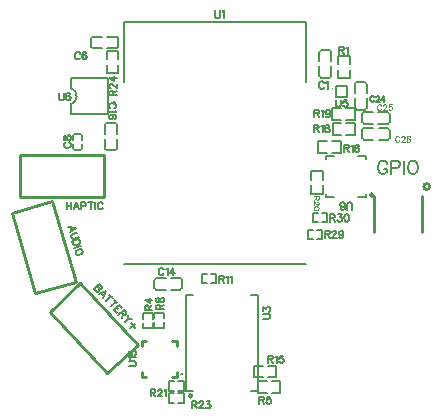
<source format=gto>
G04 Layer: TopSilkscreenLayer*
G04 Panelize: , Column: 1, Row: 1, Board Size: 35.35mm x 33.79mm, Panelized Board Size: 35.35mm x 33.79mm*
G04 EasyEDA v6.5.32, 2023-07-27 20:51:34*
G04 7f8d34143daf4d43a3b22917546c404d,9a4ed40c0dd746429eaf55b84663d2fb,10*
G04 Gerber Generator version 0.2*
G04 Scale: 100 percent, Rotated: No, Reflected: No *
G04 Dimensions in millimeters *
G04 leading zeros omitted , absolute positions ,4 integer and 5 decimal *
%FSLAX45Y45*%
%MOMM*%

%ADD10C,0.1524*%
%ADD11C,0.1270*%
%ADD12C,0.1000*%
%ADD13C,0.0762*%
%ADD14C,0.2540*%
%ADD15C,0.2000*%
%ADD16C,0.1500*%
%ADD17C,0.1999*%
%ADD18C,0.2500*%
%ADD19C,0.2500*%
%ADD20C,0.0139*%

%LPD*%
D10*
X110487Y529729D02*
G01*
X110487Y469023D01*
X110487Y529729D02*
G01*
X136395Y529729D01*
X145031Y526935D01*
X148079Y523887D01*
X150873Y518299D01*
X150873Y512457D01*
X148079Y506615D01*
X145031Y503821D01*
X136395Y500773D01*
X110487Y500773D01*
X130553Y500773D02*
G01*
X150873Y469023D01*
X169923Y518299D02*
G01*
X175765Y521093D01*
X184401Y529729D01*
X184401Y469023D01*
X217929Y529729D02*
G01*
X209039Y526935D01*
X206245Y521093D01*
X206245Y515251D01*
X209039Y509409D01*
X214881Y506615D01*
X226565Y503821D01*
X235201Y500773D01*
X240789Y495185D01*
X243837Y489343D01*
X243837Y480707D01*
X240789Y474865D01*
X237995Y472071D01*
X229359Y469023D01*
X217929Y469023D01*
X209039Y472071D01*
X206245Y474865D01*
X203451Y480707D01*
X203451Y489343D01*
X206245Y495185D01*
X212087Y500773D01*
X220723Y503821D01*
X232153Y506615D01*
X237995Y509409D01*
X240789Y515251D01*
X240789Y521093D01*
X237995Y526935D01*
X229359Y529729D01*
X217929Y529729D01*
X730755Y199021D02*
G01*
X725421Y209435D01*
X715007Y219849D01*
X704847Y225183D01*
X684019Y225183D01*
X673605Y219849D01*
X663191Y209435D01*
X657857Y199021D01*
X652777Y183527D01*
X652777Y157619D01*
X657857Y141871D01*
X663191Y131457D01*
X673605Y121043D01*
X684019Y115963D01*
X704847Y115963D01*
X715007Y121043D01*
X725421Y131457D01*
X730755Y141871D01*
X730755Y157619D01*
X704847Y157619D02*
G01*
X730755Y157619D01*
X765045Y225183D02*
G01*
X765045Y115963D01*
X765045Y225183D02*
G01*
X811781Y225183D01*
X827275Y219849D01*
X832609Y214769D01*
X837689Y204355D01*
X837689Y188607D01*
X832609Y178193D01*
X827275Y173113D01*
X811781Y168033D01*
X765045Y168033D01*
X871979Y225183D02*
G01*
X871979Y115963D01*
X937511Y225183D02*
G01*
X927097Y219849D01*
X916683Y209435D01*
X911603Y199021D01*
X906269Y183527D01*
X906269Y157619D01*
X911603Y141871D01*
X916683Y131457D01*
X927097Y121043D01*
X937511Y115963D01*
X958339Y115963D01*
X968753Y121043D01*
X979167Y131457D01*
X984247Y141871D01*
X989327Y157619D01*
X989327Y183527D01*
X984247Y199021D01*
X979167Y209435D01*
X968753Y219849D01*
X958339Y225183D01*
X937511Y225183D01*
X-1706151Y-816904D02*
G01*
X-1750550Y-858304D01*
X-1706151Y-816904D02*
G01*
X-1688482Y-835850D01*
X-1684637Y-844072D01*
X-1684959Y-848194D01*
X-1687154Y-854407D01*
X-1691241Y-858220D01*
X-1697591Y-859975D01*
X-1701540Y-859835D01*
X-1709658Y-855598D01*
X-1727329Y-836650D02*
G01*
X-1709658Y-855598D01*
X-1705813Y-863820D01*
X-1705950Y-867770D01*
X-1708144Y-873983D01*
X-1714461Y-879873D01*
X-1720811Y-881628D01*
X-1724761Y-881489D01*
X-1732879Y-877252D01*
X-1750550Y-858304D01*
X-1649851Y-877277D02*
G01*
X-1710014Y-901773D01*
X-1649851Y-877277D02*
G01*
X-1678487Y-935583D01*
X-1689262Y-894232D02*
G01*
X-1669689Y-915222D01*
X-1607411Y-922789D02*
G01*
X-1651810Y-964191D01*
X-1621096Y-908113D02*
G01*
X-1593552Y-937651D01*
X-1566877Y-966256D02*
G01*
X-1611274Y-1007658D01*
X-1580560Y-951583D02*
G01*
X-1553019Y-981118D01*
X-1540027Y-995050D02*
G01*
X-1584424Y-1036452D01*
X-1540027Y-995050D02*
G01*
X-1514561Y-1022357D01*
X-1561203Y-1014798D02*
G01*
X-1545440Y-1031704D01*
X-1584424Y-1036452D02*
G01*
X-1558960Y-1063759D01*
X-1501569Y-1036289D02*
G01*
X-1545968Y-1077691D01*
X-1501569Y-1036289D02*
G01*
X-1483728Y-1055423D01*
X-1479880Y-1063645D01*
X-1480205Y-1067767D01*
X-1482399Y-1073980D01*
X-1486486Y-1077793D01*
X-1492836Y-1079548D01*
X-1496786Y-1079408D01*
X-1504904Y-1075171D01*
X-1522747Y-1056038D01*
X-1508889Y-1070899D02*
G01*
X-1518251Y-1107414D01*
X-1460860Y-1079944D02*
G01*
X-1466448Y-1116411D01*
X-1489669Y-1138064D01*
X-1429506Y-1113569D02*
G01*
X-1466448Y-1116411D01*
X-1404988Y-1152525D02*
G01*
X-1443070Y-1188036D01*
X-1441780Y-1151059D02*
G01*
X-1406268Y-1189141D01*
X-1983600Y-124965D02*
G01*
X-1983600Y-185671D01*
X-1943214Y-124965D02*
G01*
X-1943214Y-185671D01*
X-1983600Y-153921D02*
G01*
X-1943214Y-153921D01*
X-1901050Y-124965D02*
G01*
X-1924164Y-185671D01*
X-1901050Y-124965D02*
G01*
X-1877936Y-185671D01*
X-1915528Y-165351D02*
G01*
X-1886572Y-165351D01*
X-1858886Y-124965D02*
G01*
X-1858886Y-185671D01*
X-1858886Y-124965D02*
G01*
X-1832978Y-124965D01*
X-1824342Y-127759D01*
X-1821548Y-130807D01*
X-1818500Y-136395D01*
X-1818500Y-145031D01*
X-1821548Y-150873D01*
X-1824342Y-153921D01*
X-1832978Y-156715D01*
X-1858886Y-156715D01*
X-1779384Y-124965D02*
G01*
X-1779384Y-185671D01*
X-1799450Y-124965D02*
G01*
X-1759064Y-124965D01*
X-1740014Y-124965D02*
G01*
X-1740014Y-185671D01*
X-1677784Y-139443D02*
G01*
X-1680578Y-133601D01*
X-1686420Y-127759D01*
X-1692262Y-124965D01*
X-1703692Y-124965D01*
X-1709534Y-127759D01*
X-1715122Y-133601D01*
X-1718170Y-139443D01*
X-1720964Y-148079D01*
X-1720964Y-162557D01*
X-1718170Y-171193D01*
X-1715122Y-176781D01*
X-1709534Y-182623D01*
X-1703692Y-185671D01*
X-1692262Y-185671D01*
X-1686420Y-182623D01*
X-1680578Y-176781D01*
X-1677784Y-171193D01*
D11*
X-1869589Y1131354D02*
G01*
X-1872383Y1137196D01*
X-1878225Y1143038D01*
X-1884067Y1145832D01*
X-1895497Y1145832D01*
X-1901339Y1143038D01*
X-1906927Y1137196D01*
X-1909975Y1131354D01*
X-1912769Y1122718D01*
X-1912769Y1108240D01*
X-1909975Y1099604D01*
X-1906927Y1093762D01*
X-1901339Y1088174D01*
X-1895497Y1085126D01*
X-1884067Y1085126D01*
X-1878225Y1088174D01*
X-1872383Y1093762D01*
X-1869589Y1099604D01*
X-1815741Y1137196D02*
G01*
X-1818789Y1143038D01*
X-1827425Y1145832D01*
X-1833267Y1145832D01*
X-1841903Y1143038D01*
X-1847491Y1134402D01*
X-1850539Y1119924D01*
X-1850539Y1105446D01*
X-1847491Y1093762D01*
X-1841903Y1088174D01*
X-1833267Y1085126D01*
X-1830219Y1085126D01*
X-1821583Y1088174D01*
X-1815741Y1093762D01*
X-1812947Y1102652D01*
X-1812947Y1105446D01*
X-1815741Y1114082D01*
X-1821583Y1119924D01*
X-1830219Y1122718D01*
X-1833267Y1122718D01*
X-1841903Y1119924D01*
X-1847491Y1114082D01*
X-1850539Y1105446D01*
D10*
X-1904245Y-342336D02*
G01*
X-1968972Y-336849D01*
X-1904245Y-342336D02*
G01*
X-1956229Y-381287D01*
X-1947057Y-339549D02*
G01*
X-1939076Y-367385D01*
X-1892625Y-382866D02*
G01*
X-1934375Y-394837D01*
X-1941906Y-399905D01*
X-1945911Y-407131D01*
X-1946216Y-416201D01*
X-1944606Y-421817D01*
X-1939541Y-429348D01*
X-1932315Y-433354D01*
X-1923242Y-433659D01*
X-1881492Y-421688D01*
X-1876242Y-439999D02*
G01*
X-1934596Y-456732D01*
X-1876242Y-439999D02*
G01*
X-1870641Y-459531D01*
X-1871190Y-468673D01*
X-1874951Y-475830D01*
X-1879795Y-480126D01*
X-1887326Y-485193D01*
X-1901245Y-489183D01*
X-1910316Y-488878D01*
X-1916701Y-487801D01*
X-1923928Y-483796D01*
X-1928995Y-476265D01*
X-1934596Y-456732D01*
X-1859859Y-497133D02*
G01*
X-1918213Y-513867D01*
X-1849846Y-532048D02*
G01*
X-1854316Y-527517D01*
X-1861299Y-523440D01*
X-1867684Y-522366D01*
X-1876826Y-521817D01*
X-1890742Y-525807D01*
X-1898205Y-531116D01*
X-1903049Y-535414D01*
X-1907054Y-542640D01*
X-1908200Y-548782D01*
X-1904979Y-560011D01*
X-1900684Y-564857D01*
X-1893529Y-568619D01*
X-1887072Y-569937D01*
X-1877999Y-570245D01*
X-1864083Y-566254D01*
X-1856552Y-561187D01*
X-1851776Y-556646D01*
X-1847946Y-549734D01*
X-1846625Y-543280D01*
X-1849846Y-532048D01*
X115059Y655205D02*
G01*
X115059Y594499D01*
X115059Y655205D02*
G01*
X140967Y655205D01*
X149603Y652411D01*
X152651Y649363D01*
X155445Y643775D01*
X155445Y637933D01*
X152651Y632091D01*
X149603Y629297D01*
X140967Y626249D01*
X115059Y626249D01*
X135125Y626249D02*
G01*
X155445Y594499D01*
X174495Y643775D02*
G01*
X180337Y646569D01*
X188973Y655205D01*
X188973Y594499D01*
X245361Y634885D02*
G01*
X242567Y626249D01*
X236725Y620661D01*
X228089Y617613D01*
X225295Y617613D01*
X216659Y620661D01*
X210817Y626249D01*
X208023Y634885D01*
X208023Y637933D01*
X210817Y646569D01*
X216659Y652411D01*
X225295Y655205D01*
X228089Y655205D01*
X236725Y652411D01*
X242567Y646569D01*
X245361Y634885D01*
X245361Y620661D01*
X242567Y606183D01*
X236725Y597547D01*
X228089Y594499D01*
X222501Y594499D01*
X213611Y597547D01*
X210817Y603135D01*
X297456Y743826D02*
G01*
X297456Y700646D01*
X300250Y692010D01*
X306092Y686168D01*
X314728Y683120D01*
X320570Y683120D01*
X329206Y686168D01*
X334794Y692010D01*
X337842Y700646D01*
X337842Y743826D01*
X391436Y743826D02*
G01*
X362734Y743826D01*
X359686Y717918D01*
X362734Y720712D01*
X371370Y723760D01*
X380006Y723760D01*
X388642Y720712D01*
X394484Y714870D01*
X397278Y706234D01*
X397278Y700646D01*
X394484Y692010D01*
X388642Y686168D01*
X380006Y683120D01*
X371370Y683120D01*
X362734Y686168D01*
X359686Y688962D01*
X356892Y694804D01*
X-729256Y1500512D02*
G01*
X-729256Y1452760D01*
X-726208Y1443108D01*
X-719858Y1436758D01*
X-710206Y1433710D01*
X-703856Y1433710D01*
X-694204Y1436758D01*
X-687854Y1443108D01*
X-684806Y1452760D01*
X-684806Y1500512D01*
X-663724Y1487812D02*
G01*
X-657374Y1490860D01*
X-647976Y1500512D01*
X-647976Y1433710D01*
X433082Y-187881D02*
G01*
X433082Y-144447D01*
X430288Y-135811D01*
X424446Y-130223D01*
X415810Y-127175D01*
X409968Y-127175D01*
X401332Y-130223D01*
X395490Y-135811D01*
X392696Y-144447D01*
X392696Y-187881D01*
X359168Y-187881D02*
G01*
X367804Y-185087D01*
X370852Y-179245D01*
X370852Y-173403D01*
X367804Y-167561D01*
X362216Y-164767D01*
X350532Y-161973D01*
X341896Y-158925D01*
X336054Y-153337D01*
X333260Y-147495D01*
X333260Y-138859D01*
X336054Y-133017D01*
X339102Y-130223D01*
X347738Y-127175D01*
X359168Y-127175D01*
X367804Y-130223D01*
X370852Y-133017D01*
X373646Y-138859D01*
X373646Y-147495D01*
X370852Y-153337D01*
X365010Y-158925D01*
X356374Y-161973D01*
X344690Y-164767D01*
X339102Y-167561D01*
X336054Y-173403D01*
X336054Y-179245D01*
X339102Y-185087D01*
X347738Y-187881D01*
X359168Y-187881D01*
D11*
X-319229Y-1110830D02*
G01*
X-275795Y-1110830D01*
X-267159Y-1108036D01*
X-261317Y-1102194D01*
X-258523Y-1093558D01*
X-258523Y-1087716D01*
X-261317Y-1079080D01*
X-267159Y-1073492D01*
X-275795Y-1070444D01*
X-319229Y-1070444D01*
X-319229Y-1045806D02*
G01*
X-319229Y-1014056D01*
X-296115Y-1031328D01*
X-296115Y-1022692D01*
X-293067Y-1016850D01*
X-290273Y-1014056D01*
X-281637Y-1011008D01*
X-275795Y-1011008D01*
X-267159Y-1014056D01*
X-261317Y-1019644D01*
X-258523Y-1028280D01*
X-258523Y-1036916D01*
X-261317Y-1045806D01*
X-264365Y-1048600D01*
X-269953Y-1051394D01*
X-352808Y-1771256D02*
G01*
X-352808Y-1831962D01*
X-352808Y-1771256D02*
G01*
X-326900Y-1771256D01*
X-318264Y-1774050D01*
X-315216Y-1777098D01*
X-312422Y-1782686D01*
X-312422Y-1788528D01*
X-315216Y-1794370D01*
X-318264Y-1797164D01*
X-326900Y-1800212D01*
X-352808Y-1800212D01*
X-332742Y-1800212D02*
G01*
X-312422Y-1831962D01*
X-258828Y-1771256D02*
G01*
X-287530Y-1771256D01*
X-290578Y-1797164D01*
X-287530Y-1794370D01*
X-278894Y-1791576D01*
X-270258Y-1791576D01*
X-261622Y-1794370D01*
X-255780Y-1800212D01*
X-252986Y-1808848D01*
X-252986Y-1814436D01*
X-255780Y-1823326D01*
X-261622Y-1828914D01*
X-270258Y-1831962D01*
X-278894Y-1831962D01*
X-287530Y-1828914D01*
X-290578Y-1826120D01*
X-293372Y-1820278D01*
X-279656Y-1424292D02*
G01*
X-279656Y-1484998D01*
X-279656Y-1424292D02*
G01*
X-253748Y-1424292D01*
X-245112Y-1427086D01*
X-242064Y-1430134D01*
X-239270Y-1435722D01*
X-239270Y-1441564D01*
X-242064Y-1447406D01*
X-245112Y-1450200D01*
X-253748Y-1453248D01*
X-279656Y-1453248D01*
X-259590Y-1453248D02*
G01*
X-239270Y-1484998D01*
X-220220Y-1435722D02*
G01*
X-214378Y-1432928D01*
X-205742Y-1424292D01*
X-205742Y-1484998D01*
X-152148Y-1424292D02*
G01*
X-181104Y-1424292D01*
X-183898Y-1450200D01*
X-181104Y-1447406D01*
X-172214Y-1444612D01*
X-163578Y-1444612D01*
X-154942Y-1447406D01*
X-149354Y-1453248D01*
X-146306Y-1461884D01*
X-146306Y-1467472D01*
X-149354Y-1476362D01*
X-154942Y-1481950D01*
X-163578Y-1484998D01*
X-172214Y-1484998D01*
X-181104Y-1481950D01*
X-183898Y-1479156D01*
X-186692Y-1473314D01*
X322323Y1191907D02*
G01*
X322323Y1131201D01*
X322323Y1191907D02*
G01*
X348231Y1191907D01*
X356867Y1189113D01*
X359915Y1186065D01*
X362709Y1180477D01*
X362709Y1174635D01*
X359915Y1168793D01*
X356867Y1165999D01*
X348231Y1162951D01*
X322323Y1162951D01*
X342389Y1162951D02*
G01*
X362709Y1131201D01*
X381759Y1180477D02*
G01*
X387601Y1183271D01*
X396237Y1191907D01*
X396237Y1131201D01*
X-1318770Y-1037343D02*
G01*
X-1258064Y-1037343D01*
X-1318770Y-1037343D02*
G01*
X-1318770Y-1011435D01*
X-1315976Y-1002799D01*
X-1312928Y-999751D01*
X-1307340Y-996957D01*
X-1301498Y-996957D01*
X-1295656Y-999751D01*
X-1292862Y-1002799D01*
X-1289814Y-1011435D01*
X-1289814Y-1037343D01*
X-1289814Y-1017277D02*
G01*
X-1258064Y-996957D01*
X-1318770Y-948951D02*
G01*
X-1278384Y-977907D01*
X-1278384Y-934727D01*
X-1318770Y-948951D02*
G01*
X-1258064Y-948951D01*
X-1223149Y-1033294D02*
G01*
X-1162443Y-1033294D01*
X-1223149Y-1033294D02*
G01*
X-1223149Y-1007386D01*
X-1220101Y-998750D01*
X-1217307Y-995956D01*
X-1211465Y-992908D01*
X-1205623Y-992908D01*
X-1200035Y-995956D01*
X-1196987Y-998750D01*
X-1194193Y-1007386D01*
X-1194193Y-1033294D01*
X-1194193Y-1013228D02*
G01*
X-1162443Y-992908D01*
X-1223149Y-959380D02*
G01*
X-1220101Y-968270D01*
X-1214513Y-971064D01*
X-1208671Y-971064D01*
X-1202829Y-968270D01*
X-1200035Y-962428D01*
X-1196987Y-950744D01*
X-1194193Y-942108D01*
X-1188351Y-936520D01*
X-1182763Y-933472D01*
X-1173873Y-933472D01*
X-1168285Y-936520D01*
X-1165237Y-939314D01*
X-1162443Y-947950D01*
X-1162443Y-959380D01*
X-1165237Y-968270D01*
X-1168285Y-971064D01*
X-1173873Y-973858D01*
X-1182763Y-973858D01*
X-1188351Y-971064D01*
X-1194193Y-965222D01*
X-1196987Y-956586D01*
X-1200035Y-945156D01*
X-1202829Y-939314D01*
X-1208671Y-936520D01*
X-1214513Y-936520D01*
X-1220101Y-939314D01*
X-1223149Y-947950D01*
X-1223149Y-959380D01*
X-691695Y-747712D02*
G01*
X-691695Y-808418D01*
X-691695Y-747712D02*
G01*
X-665787Y-747712D01*
X-657151Y-750506D01*
X-654103Y-753554D01*
X-651309Y-759142D01*
X-651309Y-764984D01*
X-654103Y-770826D01*
X-657151Y-773620D01*
X-665787Y-776668D01*
X-691695Y-776668D01*
X-671629Y-776668D02*
G01*
X-651309Y-808418D01*
X-632259Y-759142D02*
G01*
X-626417Y-756348D01*
X-617781Y-747712D01*
X-617781Y-808418D01*
X-598731Y-759142D02*
G01*
X-593143Y-756348D01*
X-584253Y-747712D01*
X-584253Y-808418D01*
X-1272120Y-1708045D02*
G01*
X-1272120Y-1768751D01*
X-1272120Y-1708045D02*
G01*
X-1246212Y-1708045D01*
X-1237576Y-1711093D01*
X-1234782Y-1713887D01*
X-1231734Y-1719729D01*
X-1231734Y-1725571D01*
X-1234782Y-1731159D01*
X-1237576Y-1734207D01*
X-1246212Y-1737001D01*
X-1272120Y-1737001D01*
X-1252054Y-1737001D02*
G01*
X-1231734Y-1768751D01*
X-1209890Y-1722523D02*
G01*
X-1209890Y-1719729D01*
X-1207096Y-1713887D01*
X-1204048Y-1711093D01*
X-1198206Y-1708045D01*
X-1186776Y-1708045D01*
X-1180934Y-1711093D01*
X-1178140Y-1713887D01*
X-1175346Y-1719729D01*
X-1175346Y-1725571D01*
X-1178140Y-1731159D01*
X-1183982Y-1739795D01*
X-1212684Y-1768751D01*
X-1172298Y-1768751D01*
X-1153248Y-1719729D02*
G01*
X-1147406Y-1716681D01*
X-1138770Y-1708045D01*
X-1138770Y-1768751D01*
X-922312Y-1809061D02*
G01*
X-922312Y-1869513D01*
X-922312Y-1809061D02*
G01*
X-896150Y-1809061D01*
X-887514Y-1811855D01*
X-884720Y-1814649D01*
X-881926Y-1820491D01*
X-881926Y-1826333D01*
X-884720Y-1832175D01*
X-887514Y-1834969D01*
X-896150Y-1837763D01*
X-922312Y-1837763D01*
X-901992Y-1837763D02*
G01*
X-881926Y-1869513D01*
X-859828Y-1823285D02*
G01*
X-859828Y-1820491D01*
X-857034Y-1814649D01*
X-853986Y-1811855D01*
X-848398Y-1809061D01*
X-836714Y-1809061D01*
X-831126Y-1811855D01*
X-828078Y-1814649D01*
X-825284Y-1820491D01*
X-825284Y-1826333D01*
X-828078Y-1832175D01*
X-833920Y-1840811D01*
X-862876Y-1869513D01*
X-822236Y-1869513D01*
X-797598Y-1809061D02*
G01*
X-765848Y-1809061D01*
X-783120Y-1832175D01*
X-774484Y-1832175D01*
X-768642Y-1834969D01*
X-765848Y-1837763D01*
X-762800Y-1846399D01*
X-762800Y-1852241D01*
X-765848Y-1860877D01*
X-771436Y-1866719D01*
X-780326Y-1869513D01*
X-788962Y-1869513D01*
X-797598Y-1866719D01*
X-800392Y-1863925D01*
X-803186Y-1858083D01*
X202689Y-366382D02*
G01*
X202689Y-427088D01*
X202689Y-366382D02*
G01*
X228597Y-366382D01*
X237233Y-369176D01*
X240281Y-372224D01*
X243075Y-377812D01*
X243075Y-383654D01*
X240281Y-389496D01*
X237233Y-392290D01*
X228597Y-395338D01*
X202689Y-395338D01*
X222755Y-395338D02*
G01*
X243075Y-427088D01*
X264919Y-380860D02*
G01*
X264919Y-377812D01*
X267967Y-372224D01*
X270761Y-369176D01*
X276603Y-366382D01*
X288033Y-366382D01*
X293875Y-369176D01*
X296669Y-372224D01*
X299717Y-377812D01*
X299717Y-383654D01*
X296669Y-389496D01*
X291081Y-398132D01*
X262125Y-427088D01*
X302511Y-427088D01*
X359153Y-386702D02*
G01*
X356105Y-395338D01*
X350517Y-400926D01*
X341881Y-403974D01*
X338833Y-403974D01*
X330197Y-400926D01*
X324355Y-395338D01*
X321561Y-386702D01*
X321561Y-383654D01*
X324355Y-375018D01*
X330197Y-369176D01*
X338833Y-366382D01*
X341881Y-366382D01*
X350517Y-369176D01*
X356105Y-375018D01*
X359153Y-386702D01*
X359153Y-400926D01*
X356105Y-415404D01*
X350517Y-424040D01*
X341881Y-427088D01*
X336039Y-427088D01*
X327403Y-424040D01*
X324355Y-418452D01*
X248665Y-228345D02*
G01*
X248665Y-289052D01*
X248665Y-228345D02*
G01*
X274574Y-228345D01*
X283210Y-231139D01*
X286258Y-234187D01*
X289052Y-239776D01*
X289052Y-245618D01*
X286258Y-251460D01*
X283210Y-254253D01*
X274574Y-257302D01*
X248665Y-257302D01*
X268731Y-257302D02*
G01*
X289052Y-289052D01*
X313944Y-228345D02*
G01*
X345694Y-228345D01*
X328168Y-251460D01*
X337058Y-251460D01*
X342646Y-254253D01*
X345694Y-257302D01*
X348488Y-265937D01*
X348488Y-271526D01*
X345694Y-280415D01*
X339852Y-286003D01*
X331215Y-289052D01*
X322580Y-289052D01*
X313944Y-286003D01*
X310896Y-283210D01*
X308102Y-277368D01*
X384810Y-228345D02*
G01*
X376174Y-231139D01*
X370331Y-239776D01*
X367538Y-254253D01*
X367538Y-262889D01*
X370331Y-277368D01*
X376174Y-286003D01*
X384810Y-289052D01*
X390652Y-289052D01*
X399288Y-286003D01*
X405130Y-277368D01*
X407924Y-262889D01*
X407924Y-254253D01*
X405130Y-239776D01*
X399288Y-231139D01*
X390652Y-228345D01*
X384810Y-228345D01*
D12*
X833117Y423049D02*
G01*
X830831Y427367D01*
X826259Y431939D01*
X821687Y434225D01*
X812543Y434225D01*
X808225Y431939D01*
X803653Y427367D01*
X801367Y423049D01*
X799081Y416194D01*
X799081Y404761D01*
X801367Y397903D01*
X803653Y393331D01*
X808225Y388759D01*
X812543Y386473D01*
X821687Y386473D01*
X826259Y388759D01*
X830831Y393331D01*
X833117Y397903D01*
X850389Y423049D02*
G01*
X850389Y425335D01*
X852672Y429653D01*
X854961Y431939D01*
X859533Y434225D01*
X868674Y434225D01*
X872995Y431939D01*
X875281Y429653D01*
X877567Y425335D01*
X877567Y420761D01*
X875281Y416191D01*
X870963Y409333D01*
X848103Y386473D01*
X879853Y386473D01*
X922271Y427367D02*
G01*
X919985Y431939D01*
X913127Y434225D01*
X908555Y434225D01*
X901697Y431939D01*
X897125Y425335D01*
X894839Y413905D01*
X894839Y402475D01*
X897125Y393331D01*
X901697Y388759D01*
X908555Y386473D01*
X910841Y386473D01*
X917699Y388757D01*
X922271Y393331D01*
X924557Y400189D01*
X924557Y402475D01*
X922271Y409333D01*
X917699Y413905D01*
X910841Y416194D01*
X908555Y416191D01*
X901697Y413905D01*
X897125Y409333D01*
X894839Y402475D01*
D11*
X364995Y361581D02*
G01*
X364995Y300875D01*
X364995Y361581D02*
G01*
X390903Y361581D01*
X399539Y358787D01*
X402587Y355739D01*
X405381Y350151D01*
X405381Y344309D01*
X402587Y338467D01*
X399539Y335673D01*
X390903Y332625D01*
X364995Y332625D01*
X385061Y332625D02*
G01*
X405381Y300875D01*
X424431Y350151D02*
G01*
X430273Y352945D01*
X438909Y361581D01*
X438909Y300875D01*
X492503Y352945D02*
G01*
X489709Y358787D01*
X481073Y361581D01*
X475231Y361581D01*
X466595Y358787D01*
X460753Y350151D01*
X457959Y335673D01*
X457959Y321195D01*
X460753Y309511D01*
X466595Y303923D01*
X475231Y300875D01*
X478025Y300875D01*
X486661Y303923D01*
X492503Y309511D01*
X495297Y318401D01*
X495297Y321195D01*
X492503Y329831D01*
X486661Y335673D01*
X478025Y338467D01*
X475231Y338467D01*
X466595Y335673D01*
X460753Y329831D01*
X457959Y321195D01*
D13*
X150190Y-75234D02*
G01*
X106756Y-75234D01*
X150190Y-75234D02*
G01*
X150190Y-93776D01*
X148158Y-100126D01*
X146126Y-102158D01*
X142062Y-104190D01*
X137744Y-104190D01*
X133680Y-102158D01*
X131648Y-100126D01*
X129616Y-93776D01*
X129616Y-75234D01*
X129616Y-89712D02*
G01*
X106756Y-104190D01*
X139776Y-120192D02*
G01*
X142062Y-120192D01*
X146126Y-122224D01*
X148158Y-124256D01*
X150190Y-128320D01*
X150190Y-136702D01*
X148158Y-140766D01*
X146126Y-143052D01*
X142062Y-145084D01*
X137744Y-145084D01*
X133680Y-143052D01*
X127330Y-138734D01*
X106756Y-117906D01*
X106756Y-147116D01*
X150190Y-173278D02*
G01*
X148158Y-166928D01*
X142062Y-162864D01*
X131648Y-160832D01*
X125298Y-160832D01*
X114884Y-162864D01*
X108788Y-166928D01*
X106756Y-173278D01*
X106756Y-177342D01*
X108788Y-183692D01*
X114884Y-187756D01*
X125298Y-189788D01*
X131648Y-189788D01*
X142062Y-187756D01*
X148158Y-183692D01*
X150190Y-177342D01*
X150190Y-173278D01*
D12*
X680209Y693305D02*
G01*
X677923Y697623D01*
X673351Y702195D01*
X668779Y704481D01*
X659635Y704481D01*
X655317Y702195D01*
X650745Y697623D01*
X648459Y693305D01*
X646173Y686447D01*
X646173Y675017D01*
X648459Y668159D01*
X650745Y663587D01*
X655317Y659015D01*
X659635Y656729D01*
X668779Y656729D01*
X673351Y659015D01*
X677923Y663587D01*
X680209Y668159D01*
X697481Y693305D02*
G01*
X697481Y695591D01*
X699767Y699909D01*
X702053Y702195D01*
X706625Y704481D01*
X715769Y704481D01*
X720087Y702195D01*
X722373Y699909D01*
X724659Y695591D01*
X724659Y691019D01*
X722373Y686447D01*
X718055Y679589D01*
X695195Y656729D01*
X726945Y656729D01*
X769363Y704481D02*
G01*
X746503Y704481D01*
X744217Y684161D01*
X746503Y686447D01*
X753361Y688733D01*
X760219Y688733D01*
X767077Y686447D01*
X771649Y681875D01*
X773935Y675017D01*
X773935Y670445D01*
X771649Y663587D01*
X767077Y659015D01*
X760219Y656729D01*
X753361Y656729D01*
X746503Y659015D01*
X744217Y661301D01*
X741931Y665873D01*
D11*
X-1621360Y779833D02*
G01*
X-1560654Y779833D01*
X-1621360Y779833D02*
G01*
X-1621360Y805741D01*
X-1618312Y814377D01*
X-1615518Y817171D01*
X-1609676Y820219D01*
X-1603834Y820219D01*
X-1598246Y817171D01*
X-1595198Y814377D01*
X-1592404Y805741D01*
X-1592404Y779833D01*
X-1592404Y799899D02*
G01*
X-1560654Y820219D01*
X-1606882Y842063D02*
G01*
X-1609676Y842063D01*
X-1615518Y844857D01*
X-1618312Y847905D01*
X-1621360Y853747D01*
X-1621360Y865177D01*
X-1618312Y871019D01*
X-1615518Y873813D01*
X-1609676Y876607D01*
X-1603834Y876607D01*
X-1598246Y873813D01*
X-1589610Y867971D01*
X-1560654Y839269D01*
X-1560654Y879655D01*
X-1621360Y927407D02*
G01*
X-1580974Y898705D01*
X-1580974Y941885D01*
X-1621360Y927407D02*
G01*
X-1560654Y927407D01*
X-1994796Y380845D02*
G01*
X-2000638Y378051D01*
X-2006480Y372209D01*
X-2009274Y366367D01*
X-2009274Y354937D01*
X-2006480Y349095D01*
X-2000638Y343507D01*
X-1994796Y340459D01*
X-1986160Y337665D01*
X-1971682Y337665D01*
X-1963046Y340459D01*
X-1957204Y343507D01*
X-1951616Y349095D01*
X-1948568Y354937D01*
X-1948568Y366367D01*
X-1951616Y372209D01*
X-1957204Y378051D01*
X-1963046Y380845D01*
X-2009274Y414373D02*
G01*
X-2006480Y405737D01*
X-2000638Y402943D01*
X-1994796Y402943D01*
X-1988954Y405737D01*
X-1986160Y411579D01*
X-1983366Y423009D01*
X-1980318Y431645D01*
X-1974730Y437487D01*
X-1968888Y440281D01*
X-1960252Y440281D01*
X-1954410Y437487D01*
X-1951616Y434693D01*
X-1948568Y426057D01*
X-1948568Y414373D01*
X-1951616Y405737D01*
X-1954410Y402943D01*
X-1960252Y399895D01*
X-1968888Y399895D01*
X-1974730Y402943D01*
X-1980318Y408531D01*
X-1983366Y417167D01*
X-1986160Y428851D01*
X-1988954Y434693D01*
X-1994796Y437487D01*
X-2000638Y437487D01*
X-2006480Y434693D01*
X-2009274Y426057D01*
X-2009274Y414373D01*
X-1456956Y-1511297D02*
G01*
X-1413776Y-1511297D01*
X-1404886Y-1508503D01*
X-1399298Y-1502661D01*
X-1396250Y-1494025D01*
X-1396250Y-1488183D01*
X-1399298Y-1479547D01*
X-1404886Y-1473705D01*
X-1413776Y-1470911D01*
X-1456956Y-1470911D01*
X-1445526Y-1451861D02*
G01*
X-1448320Y-1446019D01*
X-1456956Y-1437383D01*
X-1396250Y-1437383D01*
X-1456956Y-1383789D02*
G01*
X-1456956Y-1412745D01*
X-1431048Y-1415539D01*
X-1433842Y-1412745D01*
X-1436636Y-1403855D01*
X-1436636Y-1395219D01*
X-1433842Y-1386583D01*
X-1428000Y-1380995D01*
X-1419364Y-1377947D01*
X-1413776Y-1377947D01*
X-1404886Y-1380995D01*
X-1399298Y-1386583D01*
X-1396250Y-1395219D01*
X-1396250Y-1403855D01*
X-1399298Y-1412745D01*
X-1402092Y-1415539D01*
X-1407934Y-1418333D01*
X-1580502Y669698D02*
G01*
X-1574660Y672492D01*
X-1568818Y678334D01*
X-1566024Y684176D01*
X-1566024Y695606D01*
X-1568818Y701448D01*
X-1574660Y707036D01*
X-1580502Y710084D01*
X-1589138Y712878D01*
X-1603616Y712878D01*
X-1612252Y710084D01*
X-1618094Y707036D01*
X-1623682Y701448D01*
X-1626730Y695606D01*
X-1626730Y684176D01*
X-1623682Y678334D01*
X-1618094Y672492D01*
X-1612252Y669698D01*
X-1577454Y650648D02*
G01*
X-1574660Y644806D01*
X-1566024Y636170D01*
X-1626730Y636170D01*
X-1574660Y582576D02*
G01*
X-1568818Y585370D01*
X-1566024Y594006D01*
X-1566024Y599848D01*
X-1568818Y608484D01*
X-1577454Y614326D01*
X-1591932Y617120D01*
X-1606410Y617120D01*
X-1618094Y614326D01*
X-1623682Y608484D01*
X-1626730Y599848D01*
X-1626730Y596800D01*
X-1623682Y588164D01*
X-1618094Y582576D01*
X-1609204Y579528D01*
X-1606410Y579528D01*
X-1597774Y582576D01*
X-1591932Y588164D01*
X-1589138Y596800D01*
X-1589138Y599848D01*
X-1591932Y608484D01*
X-1597774Y614326D01*
X-1606410Y617120D01*
X197609Y883297D02*
G01*
X194815Y889139D01*
X188973Y894981D01*
X183131Y897775D01*
X171701Y897775D01*
X165859Y894981D01*
X160271Y889139D01*
X157223Y883297D01*
X154429Y874661D01*
X154429Y860183D01*
X157223Y851547D01*
X160271Y845705D01*
X165859Y840117D01*
X171701Y837069D01*
X183131Y837069D01*
X188973Y840117D01*
X194815Y845705D01*
X197609Y851547D01*
X216659Y886345D02*
G01*
X222501Y889139D01*
X231137Y897775D01*
X231137Y837069D01*
X-1161036Y-694550D02*
G01*
X-1163830Y-688708D01*
X-1169672Y-682866D01*
X-1175514Y-680072D01*
X-1186944Y-680072D01*
X-1192786Y-682866D01*
X-1198374Y-688708D01*
X-1201422Y-694550D01*
X-1204216Y-703186D01*
X-1204216Y-717664D01*
X-1201422Y-726300D01*
X-1198374Y-732142D01*
X-1192786Y-737730D01*
X-1186944Y-740778D01*
X-1175514Y-740778D01*
X-1169672Y-737730D01*
X-1163830Y-732142D01*
X-1161036Y-726300D01*
X-1141986Y-691502D02*
G01*
X-1136144Y-688708D01*
X-1127508Y-680072D01*
X-1127508Y-740778D01*
X-1079502Y-680072D02*
G01*
X-1108458Y-720458D01*
X-1065024Y-720458D01*
X-1079502Y-680072D02*
G01*
X-1079502Y-740778D01*
X619960Y763079D02*
G01*
X617674Y767651D01*
X613102Y772223D01*
X608530Y774512D01*
X599640Y774512D01*
X595068Y772223D01*
X590496Y767651D01*
X588210Y763079D01*
X585924Y756221D01*
X585924Y744791D01*
X588208Y737933D01*
X590496Y733615D01*
X595066Y729046D01*
X599640Y726757D01*
X608528Y726760D01*
X613102Y729043D01*
X617674Y733615D01*
X619958Y737933D01*
X637232Y763079D02*
G01*
X637232Y765365D01*
X639518Y769940D01*
X641802Y772223D01*
X646376Y774512D01*
X655518Y774512D01*
X660092Y772226D01*
X662378Y769940D01*
X664662Y765368D01*
X664662Y760793D01*
X662378Y756221D01*
X657804Y749363D01*
X634944Y726760D01*
X666950Y726760D01*
X704540Y774512D02*
G01*
X681936Y742508D01*
X715972Y742508D01*
X704540Y774512D02*
G01*
X704542Y726760D01*
X-2047369Y800930D02*
G01*
X-2047369Y757496D01*
X-2044575Y748860D01*
X-2038733Y743018D01*
X-2030097Y740224D01*
X-2024255Y740224D01*
X-2015619Y743018D01*
X-2009777Y748860D01*
X-2006983Y757496D01*
X-2006983Y800930D01*
X-1953389Y792294D02*
G01*
X-1956183Y797882D01*
X-1964819Y800930D01*
X-1970661Y800930D01*
X-1979297Y797882D01*
X-1985139Y789246D01*
X-1987933Y774768D01*
X-1987933Y760544D01*
X-1985139Y748860D01*
X-1979297Y743018D01*
X-1970661Y740224D01*
X-1967867Y740224D01*
X-1958977Y743018D01*
X-1953389Y748860D01*
X-1950341Y757496D01*
X-1950341Y760544D01*
X-1953389Y769180D01*
X-1958977Y774768D01*
X-1967867Y777816D01*
X-1970661Y777816D01*
X-1979297Y774768D01*
X-1985139Y769180D01*
X-1987933Y760544D01*
D14*
X620268Y-373887D02*
G01*
X620268Y-69087D01*
X1026668Y-373887D02*
G01*
X1026668Y-69087D01*
X-1867616Y-811964D02*
G01*
X-1382580Y-1332102D01*
X-1642648Y-1574622D01*
X-2127686Y-1054483D01*
X-1867616Y-811964D01*
X-1668462Y-78026D02*
G01*
X-2379662Y-78026D01*
X-2379662Y277573D01*
X-1668462Y277573D01*
X-1668462Y-78026D01*
D10*
X-1763234Y1177165D02*
G01*
X-1684225Y1177165D01*
X-1684225Y1276885D02*
G01*
X-1763234Y1276885D01*
X-1778474Y1261645D02*
G01*
X-1778474Y1192405D01*
X-1559974Y1177165D02*
G01*
X-1638983Y1177165D01*
X-1638983Y1276885D02*
G01*
X-1559974Y1276885D01*
X-1544734Y1261645D02*
G01*
X-1544734Y1192405D01*
D14*
X-2103942Y-114861D02*
G01*
X-1907908Y-798515D01*
X-2249731Y-896533D01*
X-2445765Y-212877D01*
X-2103942Y-114861D01*
D10*
X339529Y447281D02*
G01*
X267726Y447281D01*
X267726Y547001D01*
X339529Y547001D01*
X384771Y447281D02*
G01*
X456575Y447281D01*
X456575Y547001D01*
X384771Y547001D01*
X339275Y568693D02*
G01*
X267472Y568693D01*
X267472Y668413D01*
X339275Y668413D01*
X384517Y568693D02*
G01*
X456321Y568693D01*
X456321Y668413D01*
X384517Y668413D01*
X390215Y859972D02*
G01*
X390215Y764733D01*
X294975Y764733D01*
X294975Y859972D01*
X390215Y859972D01*
D11*
X-1499308Y892716D02*
G01*
X-1499308Y1397718D01*
X40693Y1397718D01*
X40693Y892716D01*
X40693Y-652264D02*
G01*
X-1499308Y-652264D01*
D15*
X554822Y-52857D02*
G01*
X554822Y-80357D01*
X484822Y-80357D01*
X279824Y-80357D02*
G01*
X209821Y-80357D01*
X209821Y-52857D01*
X554822Y237142D02*
G01*
X554822Y264642D01*
X484822Y264642D01*
X279824Y264642D02*
G01*
X209821Y264642D01*
X209821Y237142D01*
D10*
X-913437Y-1725802D02*
G01*
X-975946Y-1725802D01*
X-975946Y-1725802D01*
X-975946Y-910564D01*
X-975946Y-910564D01*
X-913437Y-910564D01*
X-423217Y-1725802D02*
G01*
X-360707Y-1725802D01*
X-360707Y-1725802D01*
X-360707Y-910564D01*
X-360707Y-910564D01*
X-423217Y-910564D01*
X-291152Y-1737880D02*
G01*
X-362955Y-1737880D01*
X-362955Y-1638160D01*
X-291152Y-1638160D01*
X-245910Y-1737880D02*
G01*
X-174106Y-1737880D01*
X-174106Y-1638160D01*
X-245910Y-1638160D01*
X-324680Y-1607324D02*
G01*
X-396483Y-1607324D01*
X-396483Y-1507604D01*
X-324680Y-1507604D01*
X-279438Y-1607324D02*
G01*
X-207634Y-1607324D01*
X-207634Y-1507604D01*
X-279438Y-1507604D01*
X315643Y1042316D02*
G01*
X315643Y1114120D01*
X415363Y1114120D01*
X415363Y1042316D01*
X315643Y997074D02*
G01*
X315643Y925271D01*
X415363Y925271D01*
X415363Y997074D01*
X-1256276Y-1111189D02*
G01*
X-1256276Y-1065636D01*
X-1334396Y-1065636D01*
X-1334396Y-1111189D01*
X-1256276Y-1144427D02*
G01*
X-1256276Y-1189979D01*
X-1334396Y-1189979D01*
X-1334396Y-1144427D01*
X-1162296Y-1108903D02*
G01*
X-1162296Y-1063350D01*
X-1240416Y-1063350D01*
X-1240416Y-1108903D01*
X-1162296Y-1142141D02*
G01*
X-1162296Y-1187693D01*
X-1240416Y-1187693D01*
X-1240416Y-1142141D01*
X-793912Y-730496D02*
G01*
X-839464Y-730496D01*
X-839464Y-808616D01*
X-793912Y-808616D01*
X-760674Y-730496D02*
G01*
X-715121Y-730496D01*
X-715121Y-808616D01*
X-760674Y-808616D01*
X-1039449Y-1720334D02*
G01*
X-993896Y-1720334D01*
X-993896Y-1642214D01*
X-1039449Y-1642214D01*
X-1072687Y-1720334D02*
G01*
X-1118240Y-1720334D01*
X-1118240Y-1642214D01*
X-1072687Y-1642214D01*
X-1039195Y-1821426D02*
G01*
X-993642Y-1821426D01*
X-993642Y-1743306D01*
X-1039195Y-1743306D01*
X-1072433Y-1821426D02*
G01*
X-1117986Y-1821426D01*
X-1117986Y-1743306D01*
X-1072433Y-1743306D01*
X135742Y-435414D02*
G01*
X181295Y-435414D01*
X181295Y-357294D01*
X135742Y-357294D01*
X102504Y-435414D02*
G01*
X56951Y-435414D01*
X56951Y-357294D01*
X102504Y-357294D01*
X177909Y-292806D02*
G01*
X223461Y-292806D01*
X223461Y-214685D01*
X177909Y-214685D01*
X144670Y-292806D02*
G01*
X99118Y-292806D01*
X99118Y-214685D01*
X144670Y-214685D01*
X533316Y403339D02*
G01*
X612325Y403339D01*
X612325Y503059D02*
G01*
X533316Y503059D01*
X518076Y487819D02*
G01*
X518076Y418579D01*
X736577Y403339D02*
G01*
X657567Y403339D01*
X657567Y503059D02*
G01*
X736577Y503059D01*
X751817Y487819D02*
G01*
X751817Y418579D01*
X220149Y291071D02*
G01*
X148346Y291071D01*
X148346Y390791D01*
X220149Y390791D01*
X265391Y291071D02*
G01*
X337195Y291071D01*
X337195Y390791D01*
X265391Y390791D01*
X185750Y18526D02*
G01*
X185750Y-53276D01*
X86029Y-53276D01*
X86029Y18526D01*
X185750Y63769D02*
G01*
X185750Y135572D01*
X86029Y135572D01*
X86029Y63769D01*
X532604Y539051D02*
G01*
X611614Y539051D01*
X611614Y638771D02*
G01*
X532604Y638771D01*
X517364Y623531D02*
G01*
X517364Y554291D01*
X735865Y539051D02*
G01*
X656856Y539051D01*
X656856Y638771D02*
G01*
X735865Y638771D01*
X751105Y623531D02*
G01*
X751105Y554291D01*
X-1544688Y1038796D02*
G01*
X-1544688Y966993D01*
X-1644408Y966993D01*
X-1644408Y1038796D01*
X-1544688Y1084038D02*
G01*
X-1544688Y1155842D01*
X-1644408Y1155842D01*
X-1644408Y1084038D01*
X-1929264Y438988D02*
G01*
X-1929264Y402142D01*
X-1851144Y402142D02*
G01*
X-1851144Y438988D01*
X-1866384Y454228D02*
G01*
X-1914024Y454228D01*
X-1929264Y332059D02*
G01*
X-1929264Y368904D01*
X-1851144Y368904D02*
G01*
X-1851144Y332059D01*
X-1866384Y316819D02*
G01*
X-1914024Y316819D01*
D14*
X-1349085Y-1601647D02*
G01*
X-1309890Y-1601647D01*
X-1088664Y-1601647D02*
G01*
X-1049083Y-1601647D01*
X-1049083Y-1301645D02*
G01*
X-1088664Y-1301645D01*
X-1309890Y-1301645D02*
G01*
X-1349085Y-1301645D01*
X-1349085Y-1601647D02*
G01*
X-1349085Y-1562120D01*
X-1349085Y-1341046D02*
G01*
X-1349085Y-1301645D01*
X-1049083Y-1601647D02*
G01*
X-1049083Y-1562120D01*
X-1049083Y-1340893D02*
G01*
X-1049083Y-1301645D01*
D10*
X-1656854Y532874D02*
G01*
X-1656854Y453864D01*
X-1557134Y453864D02*
G01*
X-1557134Y532874D01*
X-1572374Y548114D02*
G01*
X-1641614Y548114D01*
X-1656854Y329613D02*
G01*
X-1656854Y408622D01*
X-1557134Y408622D02*
G01*
X-1557134Y329613D01*
X-1572374Y314373D02*
G01*
X-1641614Y314373D01*
X157401Y1148758D02*
G01*
X157401Y1069748D01*
X257121Y1069748D02*
G01*
X257121Y1148758D01*
X241881Y1163998D02*
G01*
X172641Y1163998D01*
X157401Y945497D02*
G01*
X157401Y1024506D01*
X257121Y1024506D02*
G01*
X257121Y945497D01*
X241881Y930257D02*
G01*
X172641Y930257D01*
X-1021102Y-765162D02*
G01*
X-1100112Y-765162D01*
X-1100112Y-864882D02*
G01*
X-1021102Y-864882D01*
X-1005862Y-849642D02*
G01*
X-1005862Y-780402D01*
X-1224363Y-765162D02*
G01*
X-1145354Y-765162D01*
X-1145354Y-864882D02*
G01*
X-1224363Y-864882D01*
X-1239603Y-849642D02*
G01*
X-1239603Y-780402D01*
X456308Y877917D02*
G01*
X456308Y798908D01*
X556028Y798908D02*
G01*
X556028Y877917D01*
X540786Y893157D02*
G01*
X471551Y893157D01*
X456308Y674657D02*
G01*
X456308Y753666D01*
X556028Y753666D02*
G01*
X556028Y674657D01*
X540786Y659417D02*
G01*
X471551Y659417D01*
D16*
X-1947214Y928811D02*
G01*
X-1637207Y928809D01*
X-1637207Y618804D02*
G01*
X-1637207Y928809D01*
X-1947212Y618931D02*
G01*
X-1637207Y618931D01*
X-1949627Y928811D02*
G01*
X-1949627Y844991D01*
X-1949627Y702751D02*
G01*
X-1949627Y618931D01*
D17*
G75*
G01*
X-1569824Y719087D02*
G03*
X-1569824Y718655I-10005J-216D01*
D10*
G75*
G01*
X-1763235Y1276886D02*
G03*
X-1778475Y1261646I0J-15240D01*
G75*
G01*
X-1778475Y1192406D02*
G03*
X-1763235Y1177166I15240J0D01*
G75*
G01*
X-1559974Y1276886D02*
G02*
X-1544734Y1261646I0J-15240D01*
G75*
G01*
X-1544734Y1192406D02*
G02*
X-1559974Y1177166I-15240J0D01*
D18*
G75*
G01*
X587301Y-65339D02*
G03*
X587301Y-65085I12499J127D01*
D10*
G75*
G01*
X533316Y503060D02*
G03*
X518076Y487820I0J-15240D01*
G75*
G01*
X518076Y418579D02*
G03*
X533316Y403339I15240J0D01*
G75*
G01*
X736577Y503060D02*
G02*
X751817Y487820I0J-15240D01*
G75*
G01*
X751817Y418579D02*
G02*
X736577Y403339I-15240J0D01*
G75*
G01*
X532605Y638772D02*
G03*
X517365Y623532I0J-15240D01*
G75*
G01*
X517365Y554292D02*
G03*
X532605Y539052I15240J0D01*
G75*
G01*
X735866Y638772D02*
G02*
X751106Y623532I0J-15240D01*
G75*
G01*
X751106Y554292D02*
G02*
X735866Y539052I-15240J0D01*
G75*
G01*
X-1851144Y438988D02*
G03*
X-1866384Y454228I-15240J0D01*
G75*
G01*
X-1914025Y454228D02*
G03*
X-1929265Y438988I0J-15240D01*
G75*
G01*
X-1851144Y332059D02*
G02*
X-1866384Y316819I-15240J0D01*
G75*
G01*
X-1914025Y316819D02*
G02*
X-1929265Y332059I0J15240D01*
G75*
G01*
X-1557134Y532874D02*
G03*
X-1572374Y548114I-15240J0D01*
G75*
G01*
X-1641615Y548114D02*
G03*
X-1656855Y532874I0J-15240D01*
G75*
G01*
X-1557134Y329613D02*
G02*
X-1572374Y314373I-15240J0D01*
G75*
G01*
X-1641615Y314373D02*
G02*
X-1656855Y329613I0J15240D01*
G75*
G01*
X257122Y1148758D02*
G03*
X241882Y1163998I-15240J0D01*
G75*
G01*
X172641Y1163998D02*
G03*
X157401Y1148758I0J-15240D01*
G75*
G01*
X257122Y945497D02*
G02*
X241882Y930257I-15240J0D01*
G75*
G01*
X172641Y930257D02*
G02*
X157401Y945497I0J15240D01*
G75*
G01*
X-1021103Y-864883D02*
G03*
X-1005863Y-849643I0J15240D01*
G75*
G01*
X-1005863Y-780402D02*
G03*
X-1021103Y-765162I-15240J0D01*
G75*
G01*
X-1224364Y-864883D02*
G02*
X-1239604Y-849643I0J15240D01*
G75*
G01*
X-1239604Y-780402D02*
G02*
X-1224364Y-765162I15240J0D01*
G75*
G01*
X556029Y877918D02*
G03*
X540786Y893158I-15240J0D01*
G75*
G01*
X471551Y893158D02*
G03*
X456308Y877918I-3J-15240D01*
G75*
G01*
X556029Y674657D02*
G02*
X540786Y659417I-15240J0D01*
G75*
G01*
X471551Y659417D02*
G02*
X456308Y674657I-3J15240D01*
D16*
G75*
G01*
X-1949628Y842452D02*
G02*
X-1949628Y702752I-21730J-69850D01*
D14*
G75*
G01
X1090165Y7099D02*
G03X1090165Y7099I-25400J0D01*
D12*
G75*
G01
X271396Y837756D02*
G03X271396Y837756I-5004J0D01*
D19*
G75*
G01
X-922531Y-1762722D02*
G03X-922531Y-1762722I-12497J0D01*
D14*
G75*
G01
X-1009145Y-1580528D02*
G03X-1009145Y-1580528I-5436J0D01*
M02*

</source>
